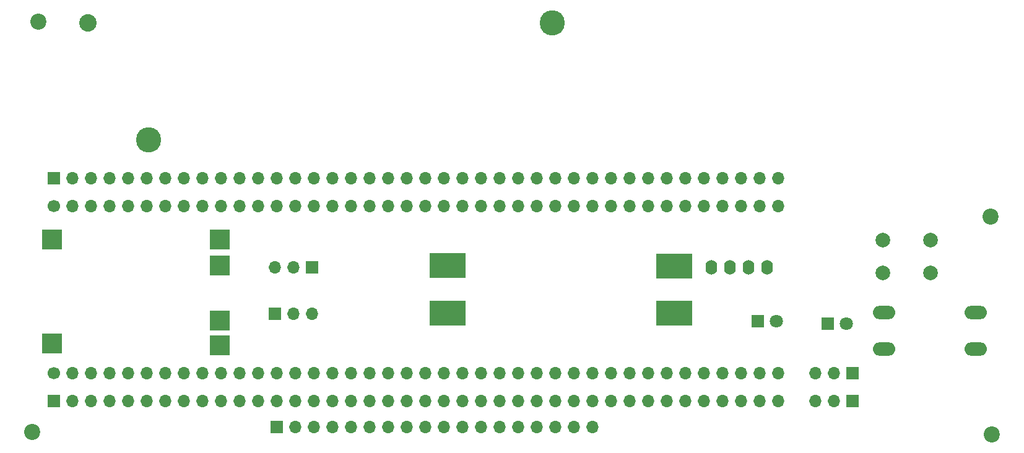
<source format=gbr>
%TF.GenerationSoftware,KiCad,Pcbnew,(7.99.0-200-gad838e3d73)*%
%TF.CreationDate,2024-03-11T18:46:40+07:00*%
%TF.ProjectId,WMS,574d532e-6b69-4636-9164-5f7063625858,rev?*%
%TF.SameCoordinates,Original*%
%TF.FileFunction,Soldermask,Bot*%
%TF.FilePolarity,Negative*%
%FSLAX46Y46*%
G04 Gerber Fmt 4.6, Leading zero omitted, Abs format (unit mm)*
G04 Created by KiCad (PCBNEW (7.99.0-200-gad838e3d73)) date 2024-03-11 18:46:40*
%MOMM*%
%LPD*%
G01*
G04 APERTURE LIST*
%ADD10R,1.700000X1.700000*%
%ADD11O,1.700000X1.700000*%
%ADD12C,3.450000*%
%ADD13C,2.390000*%
%ADD14C,2.000000*%
%ADD15C,2.200000*%
%ADD16O,1.600000X2.000000*%
%ADD17C,1.700000*%
%ADD18R,1.800000X1.800000*%
%ADD19C,1.800000*%
%ADD20O,3.048000X1.850000*%
%ADD21R,5.000000X3.500000*%
%ADD22R,2.800000X2.800000*%
G04 APERTURE END LIST*
D10*
%TO.C,SW4*%
X110489999Y-90169999D03*
D11*
X107949999Y-90169999D03*
X105409999Y-90169999D03*
%TD*%
D10*
%TO.C,SW3*%
X105409999Y-96519999D03*
D11*
X107949999Y-96519999D03*
X110489999Y-96519999D03*
%TD*%
D12*
%TO.C,BT1*%
X143337000Y-56744600D03*
D13*
X79807000Y-56744600D03*
D12*
X88137000Y-72744600D03*
%TD*%
D14*
%TO.C,SW2*%
X188520000Y-86396000D03*
X195020000Y-86396000D03*
X188520000Y-90896000D03*
X195020000Y-90896000D03*
%TD*%
D15*
%TO.C,H1*%
X203276200Y-83235800D03*
%TD*%
D10*
%TO.C,J2*%
X75183999Y-108457999D03*
D11*
X77723999Y-108457999D03*
X80263999Y-108457999D03*
X82803999Y-108457999D03*
X85343999Y-108457999D03*
X87883999Y-108457999D03*
X90423999Y-108457999D03*
X92963999Y-108457999D03*
X95503999Y-108457999D03*
X98043999Y-108457999D03*
X100583999Y-108457999D03*
X103123999Y-108457999D03*
X105663999Y-108457999D03*
X108203999Y-108457999D03*
X110743999Y-108457999D03*
X113283999Y-108457999D03*
X115823999Y-108457999D03*
X118363999Y-108457999D03*
X120903999Y-108457999D03*
X123443999Y-108457999D03*
X125983999Y-108457999D03*
X128523999Y-108457999D03*
X131063999Y-108457999D03*
X133603999Y-108457999D03*
X136143999Y-108457999D03*
X138683999Y-108457999D03*
X141223999Y-108457999D03*
X143763999Y-108457999D03*
X146303999Y-108457999D03*
X148843999Y-108457999D03*
X151383999Y-108457999D03*
X153923999Y-108457999D03*
X156463999Y-108457999D03*
X159003999Y-108457999D03*
X161543999Y-108457999D03*
X164083999Y-108457999D03*
X166623999Y-108457999D03*
X169163999Y-108457999D03*
X171703999Y-108457999D03*
X174243999Y-108457999D03*
%TD*%
D16*
%TO.C,Brd1*%
X165099999Y-90169999D03*
X167639999Y-90169999D03*
X170179999Y-90169999D03*
X172719999Y-90169999D03*
%TD*%
D10*
%TO.C,J3*%
X184403999Y-108457999D03*
D11*
X181863999Y-108457999D03*
X179323999Y-108457999D03*
%TD*%
D15*
%TO.C,H4*%
X73025000Y-56540400D03*
%TD*%
%TO.C,H2*%
X203428600Y-112979200D03*
%TD*%
D17*
%TO.C,U6*%
X75184000Y-81788000D03*
D11*
X77723999Y-81787999D03*
X80263999Y-81787999D03*
X82803999Y-81787999D03*
X85343999Y-81787999D03*
X87883999Y-81787999D03*
X90423999Y-81787999D03*
X92963999Y-81787999D03*
X95503999Y-81787999D03*
X98043999Y-81787999D03*
X100583999Y-81787999D03*
X103123999Y-81787999D03*
X105663999Y-81787999D03*
X108203999Y-81787999D03*
X110743999Y-81787999D03*
X113283999Y-81787999D03*
X115823999Y-81787999D03*
X118363999Y-81787999D03*
X120903999Y-81787999D03*
X123443999Y-81787999D03*
X125983999Y-81787999D03*
X128523999Y-81787999D03*
X131063999Y-81787999D03*
X133603999Y-81787999D03*
X136143999Y-81787999D03*
X138683999Y-81787999D03*
X141223999Y-81787999D03*
X143763999Y-81787999D03*
X146303999Y-81787999D03*
X148843999Y-81787999D03*
X151383999Y-81787999D03*
X153923999Y-81787999D03*
X156463999Y-81787999D03*
X159003999Y-81787999D03*
X161543999Y-81787999D03*
X164083999Y-81787999D03*
X166623999Y-81787999D03*
X169163999Y-81787999D03*
X171703999Y-81787999D03*
X174243999Y-81787999D03*
X174243999Y-104647999D03*
X171703999Y-104647999D03*
X169163999Y-104647999D03*
X166623999Y-104647999D03*
X164083999Y-104647999D03*
X161543999Y-104647999D03*
X159003999Y-104647999D03*
X156463999Y-104647999D03*
X153923999Y-104647999D03*
X151383999Y-104647999D03*
X148843999Y-104647999D03*
X146303999Y-104647999D03*
X143763999Y-104647999D03*
X141223999Y-104647999D03*
X138683999Y-104647999D03*
X136143999Y-104647999D03*
X133603999Y-104647999D03*
X131063999Y-104647999D03*
X128523999Y-104647999D03*
X125983999Y-104647999D03*
X123443999Y-104647999D03*
X120903999Y-104647999D03*
X118363999Y-104647999D03*
X115823999Y-104647999D03*
X113283999Y-104647999D03*
X110743999Y-104647999D03*
X108203999Y-104647999D03*
X105663999Y-104647999D03*
X103123999Y-104647999D03*
X100583999Y-104647999D03*
X98043999Y-104647999D03*
X95503999Y-104647999D03*
X92963999Y-104647999D03*
X90423999Y-104647999D03*
X87883999Y-104647999D03*
X85343999Y-104647999D03*
X82803999Y-104647999D03*
X80263999Y-104647999D03*
X77723999Y-104647999D03*
D17*
X75184000Y-104648000D03*
D11*
X179323999Y-104647999D03*
X181863999Y-104647999D03*
D10*
X184403999Y-104647999D03*
%TD*%
D18*
%TO.C,D1*%
X180944599Y-97891599D03*
D19*
X183484600Y-97891600D03*
%TD*%
D15*
%TO.C,H3*%
X72212200Y-112699800D03*
%TD*%
D18*
%TO.C,D2*%
X171449999Y-97485199D03*
D19*
X173990000Y-97485200D03*
%TD*%
D20*
%TO.C,SW1*%
X188721999Y-96305999D03*
X201221999Y-96305999D03*
X188721999Y-101305999D03*
X201221999Y-101305999D03*
%TD*%
D10*
%TO.C,U5*%
X105663999Y-112013999D03*
D11*
X108203999Y-112013999D03*
X110743999Y-112013999D03*
X113283999Y-112013999D03*
X115823999Y-112013999D03*
X118363999Y-112013999D03*
X120903999Y-112013999D03*
X123443999Y-112013999D03*
X125983999Y-112013999D03*
X128523999Y-112013999D03*
X131063999Y-112013999D03*
X133603999Y-112013999D03*
X136143999Y-112013999D03*
X138683999Y-112013999D03*
X141223999Y-112013999D03*
X143763999Y-112013999D03*
X146303999Y-112013999D03*
X148843999Y-112013999D03*
%TD*%
D10*
%TO.C,J1*%
X75183999Y-77977999D03*
D11*
X77723999Y-77977999D03*
X80263999Y-77977999D03*
X82803999Y-77977999D03*
X85343999Y-77977999D03*
X87883999Y-77977999D03*
X90423999Y-77977999D03*
X92963999Y-77977999D03*
X95503999Y-77977999D03*
X98043999Y-77977999D03*
X100583999Y-77977999D03*
X103123999Y-77977999D03*
X105663999Y-77977999D03*
X108203999Y-77977999D03*
X110743999Y-77977999D03*
X113283999Y-77977999D03*
X115823999Y-77977999D03*
X118363999Y-77977999D03*
X120903999Y-77977999D03*
X123443999Y-77977999D03*
X125983999Y-77977999D03*
X128523999Y-77977999D03*
X131063999Y-77977999D03*
X133603999Y-77977999D03*
X136143999Y-77977999D03*
X138683999Y-77977999D03*
X141223999Y-77977999D03*
X143763999Y-77977999D03*
X146303999Y-77977999D03*
X148843999Y-77977999D03*
X151383999Y-77977999D03*
X153923999Y-77977999D03*
X156463999Y-77977999D03*
X159003999Y-77977999D03*
X161543999Y-77977999D03*
X164083999Y-77977999D03*
X166623999Y-77977999D03*
X169163999Y-77977999D03*
X171703999Y-77977999D03*
X174243999Y-77977999D03*
%TD*%
D21*
%TO.C,U3*%
X160019999Y-89965999D03*
X160019999Y-96415999D03*
X129019999Y-96415999D03*
X129019999Y-89915999D03*
%TD*%
D22*
%TO.C,U2*%
X74929999Y-86359999D03*
X74929999Y-100559999D03*
X97829999Y-86359999D03*
X97829999Y-100859999D03*
X97829999Y-89859999D03*
X97829999Y-97459999D03*
%TD*%
M02*

</source>
